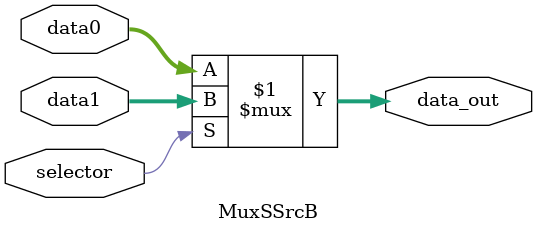
<source format=v>
module MuxSSrcB (
    input wire selector,
    input wire [31:0] data0,
    input wire [31:0] data1,
    
    output wire [31:0] data_out
);

    assign data_out = (selector) ? data1 : data0;
    
endmodule
</source>
